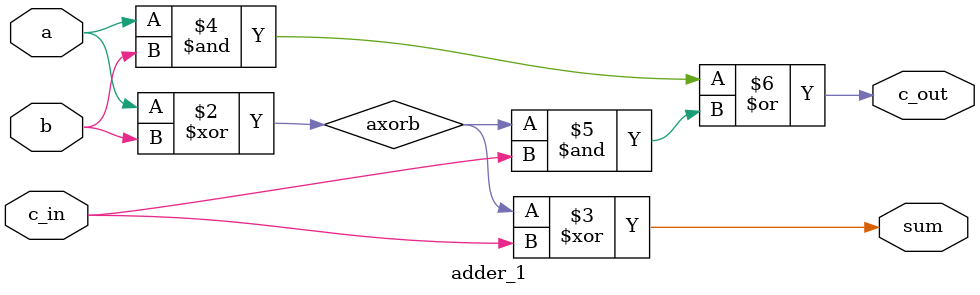
<source format=sv>
`default_nettype none
`timescale 1ns / 1ps
/*
  a 1 bit addder that we can daisy chain for 
  ripple carry adders
*/

module adder_1(a, b, c_in, sum, c_out);

parameter W = 1;// for width

input wire [(W-1):0] a, b, c_in;
output logic [(W-1):0] sum, c_out;

logic [(W-1):0] axorb;
always_comb  begin
  axorb = a^b;
  sum = (axorb^c_in);
  c_out = (a & b)|(axorb & c_in);
end

endmodule

</source>
